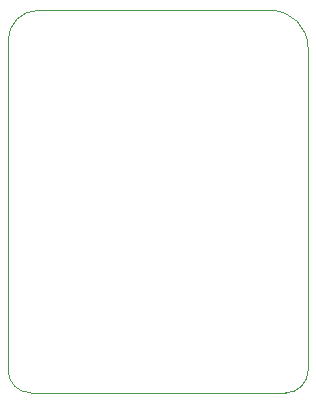
<source format=gbr>
G04 #@! TF.FileFunction,Profile,NP*
%FSLAX46Y46*%
G04 Gerber Fmt 4.6, Leading zero omitted, Abs format (unit mm)*
G04 Created by KiCad (PCBNEW 4.0.4-stable) date Fri Dec  9 21:16:25 2016*
%MOMM*%
%LPD*%
G01*
G04 APERTURE LIST*
%ADD10C,2.000000*%
%ADD11C,0.100000*%
G04 APERTURE END LIST*
D10*
D11*
X113665000Y-93345000D02*
X113665000Y-121285000D01*
X139065000Y-93980000D02*
X139065000Y-121285000D01*
X139065000Y-93980000D02*
G75*
G03X135890000Y-90805000I-3175000J0D01*
G01*
X116205000Y-90805000D02*
X135890000Y-90805000D01*
X116205000Y-90805000D02*
G75*
G03X113665000Y-93345000I0J-2540000D01*
G01*
X115570000Y-123190000D02*
X116840000Y-123190000D01*
X113665000Y-121285000D02*
G75*
G03X115570000Y-123190000I1905000J0D01*
G01*
X137160000Y-123190000D02*
X116840000Y-123190000D01*
X137160000Y-123190000D02*
G75*
G03X139065000Y-121285000I0J1905000D01*
G01*
M02*

</source>
